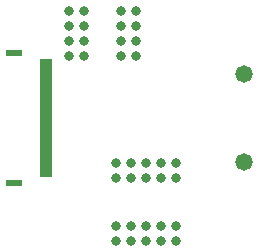
<source format=gbs>
G04*
G04 #@! TF.GenerationSoftware,Altium Limited,Altium Designer,23.0.1 (38)*
G04*
G04 Layer_Color=16711935*
%FSLAX25Y25*%
%MOIN*%
G70*
G04*
G04 #@! TF.SameCoordinates,78B848BC-93E4-4EEF-81BE-5096D5435DE8*
G04*
G04*
G04 #@! TF.FilePolarity,Negative*
G04*
G01*
G75*
%ADD92C,0.05800*%
%ADD116C,0.03300*%
%ADD117R,0.05337X0.02481*%
%ADD118R,0.04256X0.01981*%
D92*
X85451Y65917D02*
D03*
Y36300D02*
D03*
D116*
X62800Y36000D02*
D03*
Y31000D02*
D03*
X57800Y36000D02*
D03*
X47800D02*
D03*
Y31000D02*
D03*
X42800D02*
D03*
Y36000D02*
D03*
X57800Y31000D02*
D03*
X52800Y36000D02*
D03*
Y31000D02*
D03*
X62800Y15100D02*
D03*
Y10100D02*
D03*
X57800Y15100D02*
D03*
X47800D02*
D03*
Y10100D02*
D03*
X42800D02*
D03*
Y15100D02*
D03*
X57800Y10100D02*
D03*
X52800Y15100D02*
D03*
Y10100D02*
D03*
X27100Y86800D02*
D03*
X32100D02*
D03*
Y81800D02*
D03*
X27100D02*
D03*
Y71800D02*
D03*
X32100D02*
D03*
Y76800D02*
D03*
X27100D02*
D03*
X44300Y86800D02*
D03*
X49300D02*
D03*
Y81800D02*
D03*
X44300D02*
D03*
Y71800D02*
D03*
X49300D02*
D03*
Y76800D02*
D03*
X44300D02*
D03*
D117*
X8800Y29400D02*
D03*
Y72800D02*
D03*
D118*
X19400Y69801D02*
D03*
Y67832D02*
D03*
Y65864D02*
D03*
Y63895D02*
D03*
Y61927D02*
D03*
Y59958D02*
D03*
Y57990D02*
D03*
Y56021D02*
D03*
Y54053D02*
D03*
Y52084D02*
D03*
Y50116D02*
D03*
Y48147D02*
D03*
Y46179D02*
D03*
Y44210D02*
D03*
Y42242D02*
D03*
Y40273D02*
D03*
Y38305D02*
D03*
Y36336D02*
D03*
Y34368D02*
D03*
Y32399D02*
D03*
M02*

</source>
